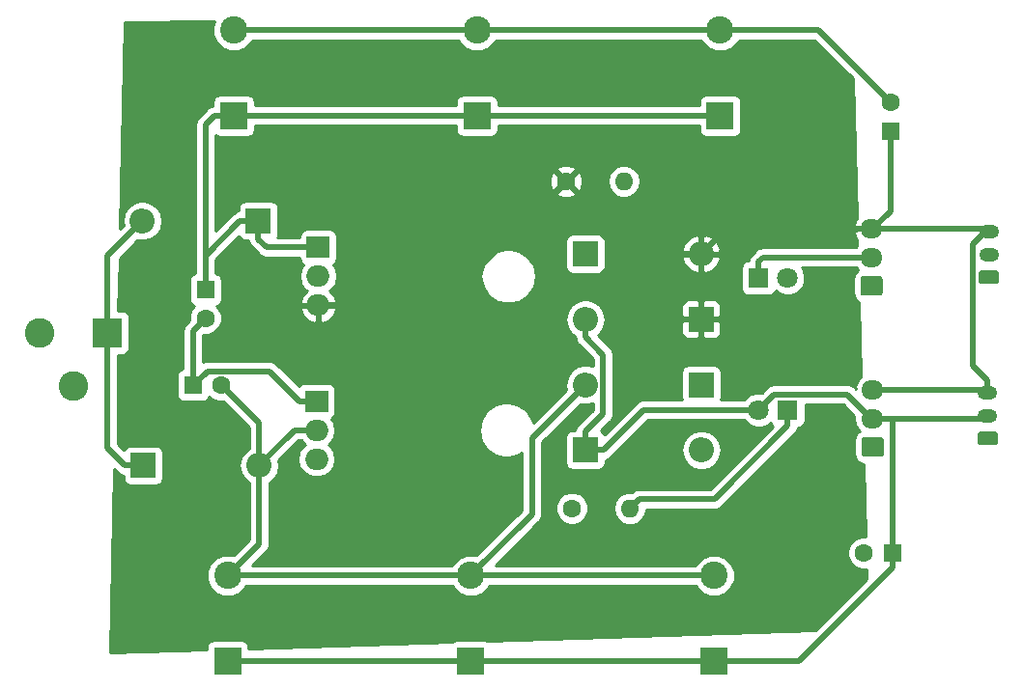
<source format=gbr>
G04 #@! TF.GenerationSoftware,KiCad,Pcbnew,(5.0.1)-rc2*
G04 #@! TF.CreationDate,2019-02-18T01:36:53-05:00*
G04 #@! TF.ProjectId,mfos_power,6D666F735F706F7765722E6B69636164,rev?*
G04 #@! TF.SameCoordinates,Original*
G04 #@! TF.FileFunction,Copper,L1,Top,Signal*
G04 #@! TF.FilePolarity,Positive*
%FSLAX46Y46*%
G04 Gerber Fmt 4.6, Leading zero omitted, Abs format (unit mm)*
G04 Created by KiCad (PCBNEW (5.0.1)-rc2) date 2/18/2019 1:36:53 AM*
%MOMM*%
%LPD*%
G01*
G04 APERTURE LIST*
G04 #@! TA.AperFunction,ComponentPad*
%ADD10C,2.400000*%
G04 #@! TD*
G04 #@! TA.AperFunction,ComponentPad*
%ADD11R,2.400000X2.400000*%
G04 #@! TD*
G04 #@! TA.AperFunction,ComponentPad*
%ADD12C,1.600000*%
G04 #@! TD*
G04 #@! TA.AperFunction,ComponentPad*
%ADD13R,1.600000X1.600000*%
G04 #@! TD*
G04 #@! TA.AperFunction,ComponentPad*
%ADD14O,2.000000X1.905000*%
G04 #@! TD*
G04 #@! TA.AperFunction,ComponentPad*
%ADD15R,2.000000X1.905000*%
G04 #@! TD*
G04 #@! TA.AperFunction,ComponentPad*
%ADD16O,2.200000X2.200000*%
G04 #@! TD*
G04 #@! TA.AperFunction,ComponentPad*
%ADD17R,2.200000X2.200000*%
G04 #@! TD*
G04 #@! TA.AperFunction,ComponentPad*
%ADD18R,2.600000X2.600000*%
G04 #@! TD*
G04 #@! TA.AperFunction,ComponentPad*
%ADD19C,2.600000*%
G04 #@! TD*
G04 #@! TA.AperFunction,ComponentPad*
%ADD20R,1.800000X1.800000*%
G04 #@! TD*
G04 #@! TA.AperFunction,ComponentPad*
%ADD21C,1.800000*%
G04 #@! TD*
G04 #@! TA.AperFunction,ComponentPad*
%ADD22O,1.750000X1.200000*%
G04 #@! TD*
G04 #@! TA.AperFunction,Conductor*
%ADD23C,0.100000*%
G04 #@! TD*
G04 #@! TA.AperFunction,ComponentPad*
%ADD24C,1.200000*%
G04 #@! TD*
G04 #@! TA.AperFunction,ComponentPad*
%ADD25O,1.950000X1.700000*%
G04 #@! TD*
G04 #@! TA.AperFunction,ComponentPad*
%ADD26C,1.700000*%
G04 #@! TD*
G04 #@! TA.AperFunction,ComponentPad*
%ADD27O,1.600000X1.600000*%
G04 #@! TD*
G04 #@! TA.AperFunction,Conductor*
%ADD28C,0.508000*%
G04 #@! TD*
G04 #@! TA.AperFunction,Conductor*
%ADD29C,0.254000*%
G04 #@! TD*
G04 APERTURE END LIST*
D10*
G04 #@! TO.P,C2,2*
G04 #@! TO.N,GND*
X108198920Y-44900200D03*
D11*
G04 #@! TO.P,C2,1*
G04 #@! TO.N,Net-(C2-Pad1)*
X108198920Y-52400200D03*
G04 #@! TD*
G04 #@! TO.P,C3,1*
G04 #@! TO.N,GND*
X128978660Y-100223320D03*
D10*
G04 #@! TO.P,C3,2*
G04 #@! TO.N,Net-(C1-Pad2)*
X128978660Y-92723320D03*
G04 #@! TD*
G04 #@! TO.P,C4,2*
G04 #@! TO.N,GND*
X150825200Y-44900200D03*
D11*
G04 #@! TO.P,C4,1*
G04 #@! TO.N,Net-(C2-Pad1)*
X150825200Y-52400200D03*
G04 #@! TD*
G04 #@! TO.P,C5,1*
G04 #@! TO.N,Net-(C2-Pad1)*
X129512060Y-52400200D03*
D10*
G04 #@! TO.P,C5,2*
G04 #@! TO.N,GND*
X129512060Y-44900200D03*
G04 #@! TD*
G04 #@! TO.P,C6,2*
G04 #@! TO.N,Net-(C1-Pad2)*
X150291800Y-92723320D03*
D11*
G04 #@! TO.P,C6,1*
G04 #@! TO.N,GND*
X150291800Y-100223320D03*
G04 #@! TD*
G04 #@! TO.P,C1,1*
G04 #@! TO.N,GND*
X107665520Y-100223320D03*
D10*
G04 #@! TO.P,C1,2*
G04 #@! TO.N,Net-(C1-Pad2)*
X107665520Y-92723320D03*
G04 #@! TD*
D12*
G04 #@! TO.P,C7,2*
G04 #@! TO.N,GND*
X105719880Y-70160520D03*
D13*
G04 #@! TO.P,C7,1*
G04 #@! TO.N,Net-(C2-Pad1)*
X105719880Y-67660520D03*
G04 #@! TD*
G04 #@! TO.P,C8,1*
G04 #@! TO.N,GND*
X104622600Y-76057760D03*
D12*
G04 #@! TO.P,C8,2*
G04 #@! TO.N,Net-(C1-Pad2)*
X107122600Y-76057760D03*
G04 #@! TD*
G04 #@! TO.P,C9,2*
G04 #@! TO.N,GND*
X165780720Y-51221000D03*
D13*
G04 #@! TO.P,C9,1*
G04 #@! TO.N,+12V*
X165780720Y-53721000D03*
G04 #@! TD*
G04 #@! TO.P,C10,1*
G04 #@! TO.N,GND*
X165907720Y-90749120D03*
D12*
G04 #@! TO.P,C10,2*
G04 #@! TO.N,-12V*
X163407720Y-90749120D03*
G04 #@! TD*
D14*
G04 #@! TO.P,U1,3*
G04 #@! TO.N,+12V*
X115600480Y-69021960D03*
G04 #@! TO.P,U1,2*
G04 #@! TO.N,GND*
X115600480Y-66481960D03*
D15*
G04 #@! TO.P,U1,1*
G04 #@! TO.N,Net-(C2-Pad1)*
X115600480Y-63941960D03*
G04 #@! TD*
G04 #@! TO.P,U2,1*
G04 #@! TO.N,GND*
X115458240Y-77434440D03*
D14*
G04 #@! TO.P,U2,2*
G04 #@! TO.N,Net-(C1-Pad2)*
X115458240Y-79974440D03*
G04 #@! TO.P,U2,3*
G04 #@! TO.N,-12V*
X115458240Y-82514440D03*
G04 #@! TD*
D16*
G04 #@! TO.P,D1,2*
G04 #@! TO.N,Net-(D1-Pad2)*
X100197920Y-61620400D03*
D17*
G04 #@! TO.P,D1,1*
G04 #@! TO.N,Net-(C2-Pad1)*
X110357920Y-61620400D03*
G04 #@! TD*
G04 #@! TO.P,D2,1*
G04 #@! TO.N,Net-(D1-Pad2)*
X100269040Y-83078320D03*
D16*
G04 #@! TO.P,D2,2*
G04 #@! TO.N,Net-(C1-Pad2)*
X110429040Y-83078320D03*
G04 #@! TD*
G04 #@! TO.P,D3,2*
G04 #@! TO.N,+12V*
X149169120Y-64521080D03*
D17*
G04 #@! TO.P,D3,1*
G04 #@! TO.N,Net-(C2-Pad1)*
X139009120Y-64521080D03*
G04 #@! TD*
G04 #@! TO.P,D5,1*
G04 #@! TO.N,GND*
X139009120Y-81732120D03*
D16*
G04 #@! TO.P,D5,2*
G04 #@! TO.N,-12V*
X149169120Y-81732120D03*
G04 #@! TD*
G04 #@! TO.P,D6,2*
G04 #@! TO.N,GND*
X139009120Y-70258093D03*
D17*
G04 #@! TO.P,D6,1*
G04 #@! TO.N,+12V*
X149169120Y-70258093D03*
G04 #@! TD*
G04 #@! TO.P,D4,1*
G04 #@! TO.N,-12V*
X149169120Y-75995106D03*
D16*
G04 #@! TO.P,D4,2*
G04 #@! TO.N,Net-(C1-Pad2)*
X139009120Y-75995106D03*
G04 #@! TD*
D18*
G04 #@! TO.P,J1,1*
G04 #@! TO.N,Net-(D1-Pad2)*
X97149920Y-71419720D03*
D19*
G04 #@! TO.P,J1,2*
G04 #@! TO.N,GND*
X91149920Y-71419720D03*
G04 #@! TO.P,J1,3*
G04 #@! TO.N,Net-(J1-Pad3)*
X94149920Y-76119720D03*
G04 #@! TD*
D20*
G04 #@! TO.P,D7,1*
G04 #@! TO.N,Net-(D7-Pad1)*
X156748320Y-78216760D03*
D21*
G04 #@! TO.P,D7,2*
G04 #@! TO.N,GND*
X154208320Y-78216760D03*
G04 #@! TD*
G04 #@! TO.P,D8,2*
G04 #@! TO.N,Net-(D8-Pad2)*
X156738320Y-66639440D03*
D20*
G04 #@! TO.P,D8,1*
G04 #@! TO.N,GND*
X154198320Y-66639440D03*
G04 #@! TD*
D22*
G04 #@! TO.P,J2,3*
G04 #@! TO.N,+12V*
X174386240Y-62578480D03*
G04 #@! TO.P,J2,2*
G04 #@! TO.N,GND*
X174386240Y-64578480D03*
D23*
G04 #@! TD*
G04 #@! TO.N,-12V*
G04 #@! TO.C,J2*
G36*
X175035745Y-65979684D02*
X175060013Y-65983284D01*
X175083812Y-65989245D01*
X175106911Y-65997510D01*
X175129090Y-66008000D01*
X175150133Y-66020612D01*
X175169839Y-66035227D01*
X175188017Y-66051703D01*
X175204493Y-66069881D01*
X175219108Y-66089587D01*
X175231720Y-66110630D01*
X175242210Y-66132809D01*
X175250475Y-66155908D01*
X175256436Y-66179707D01*
X175260036Y-66203975D01*
X175261240Y-66228479D01*
X175261240Y-66928481D01*
X175260036Y-66952985D01*
X175256436Y-66977253D01*
X175250475Y-67001052D01*
X175242210Y-67024151D01*
X175231720Y-67046330D01*
X175219108Y-67067373D01*
X175204493Y-67087079D01*
X175188017Y-67105257D01*
X175169839Y-67121733D01*
X175150133Y-67136348D01*
X175129090Y-67148960D01*
X175106911Y-67159450D01*
X175083812Y-67167715D01*
X175060013Y-67173676D01*
X175035745Y-67177276D01*
X175011241Y-67178480D01*
X173761239Y-67178480D01*
X173736735Y-67177276D01*
X173712467Y-67173676D01*
X173688668Y-67167715D01*
X173665569Y-67159450D01*
X173643390Y-67148960D01*
X173622347Y-67136348D01*
X173602641Y-67121733D01*
X173584463Y-67105257D01*
X173567987Y-67087079D01*
X173553372Y-67067373D01*
X173540760Y-67046330D01*
X173530270Y-67024151D01*
X173522005Y-67001052D01*
X173516044Y-66977253D01*
X173512444Y-66952985D01*
X173511240Y-66928481D01*
X173511240Y-66228479D01*
X173512444Y-66203975D01*
X173516044Y-66179707D01*
X173522005Y-66155908D01*
X173530270Y-66132809D01*
X173540760Y-66110630D01*
X173553372Y-66089587D01*
X173567987Y-66069881D01*
X173584463Y-66051703D01*
X173602641Y-66035227D01*
X173622347Y-66020612D01*
X173643390Y-66008000D01*
X173665569Y-65997510D01*
X173688668Y-65989245D01*
X173712467Y-65983284D01*
X173736735Y-65979684D01*
X173761239Y-65978480D01*
X175011241Y-65978480D01*
X175035745Y-65979684D01*
X175035745Y-65979684D01*
G37*
D24*
G04 #@! TO.P,J2,1*
G04 #@! TO.N,-12V*
X174386240Y-66578480D03*
G04 #@! TD*
D23*
G04 #@! TO.N,-12V*
G04 #@! TO.C,J3*
G36*
X174929065Y-80107164D02*
X174953333Y-80110764D01*
X174977132Y-80116725D01*
X175000231Y-80124990D01*
X175022410Y-80135480D01*
X175043453Y-80148092D01*
X175063159Y-80162707D01*
X175081337Y-80179183D01*
X175097813Y-80197361D01*
X175112428Y-80217067D01*
X175125040Y-80238110D01*
X175135530Y-80260289D01*
X175143795Y-80283388D01*
X175149756Y-80307187D01*
X175153356Y-80331455D01*
X175154560Y-80355959D01*
X175154560Y-81055961D01*
X175153356Y-81080465D01*
X175149756Y-81104733D01*
X175143795Y-81128532D01*
X175135530Y-81151631D01*
X175125040Y-81173810D01*
X175112428Y-81194853D01*
X175097813Y-81214559D01*
X175081337Y-81232737D01*
X175063159Y-81249213D01*
X175043453Y-81263828D01*
X175022410Y-81276440D01*
X175000231Y-81286930D01*
X174977132Y-81295195D01*
X174953333Y-81301156D01*
X174929065Y-81304756D01*
X174904561Y-81305960D01*
X173654559Y-81305960D01*
X173630055Y-81304756D01*
X173605787Y-81301156D01*
X173581988Y-81295195D01*
X173558889Y-81286930D01*
X173536710Y-81276440D01*
X173515667Y-81263828D01*
X173495961Y-81249213D01*
X173477783Y-81232737D01*
X173461307Y-81214559D01*
X173446692Y-81194853D01*
X173434080Y-81173810D01*
X173423590Y-81151631D01*
X173415325Y-81128532D01*
X173409364Y-81104733D01*
X173405764Y-81080465D01*
X173404560Y-81055961D01*
X173404560Y-80355959D01*
X173405764Y-80331455D01*
X173409364Y-80307187D01*
X173415325Y-80283388D01*
X173423590Y-80260289D01*
X173434080Y-80238110D01*
X173446692Y-80217067D01*
X173461307Y-80197361D01*
X173477783Y-80179183D01*
X173495961Y-80162707D01*
X173515667Y-80148092D01*
X173536710Y-80135480D01*
X173558889Y-80124990D01*
X173581988Y-80116725D01*
X173605787Y-80110764D01*
X173630055Y-80107164D01*
X173654559Y-80105960D01*
X174904561Y-80105960D01*
X174929065Y-80107164D01*
X174929065Y-80107164D01*
G37*
D24*
G04 #@! TD*
G04 #@! TO.P,J3,1*
G04 #@! TO.N,-12V*
X174279560Y-80705960D03*
D22*
G04 #@! TO.P,J3,2*
G04 #@! TO.N,GND*
X174279560Y-78705960D03*
G04 #@! TO.P,J3,3*
G04 #@! TO.N,+12V*
X174279560Y-76705960D03*
G04 #@! TD*
D25*
G04 #@! TO.P,J4,3*
G04 #@! TO.N,+12V*
X164084000Y-62325240D03*
G04 #@! TO.P,J4,2*
G04 #@! TO.N,GND*
X164084000Y-64825240D03*
D23*
G04 #@! TD*
G04 #@! TO.N,-12V*
G04 #@! TO.C,J4*
G36*
X164833504Y-66476444D02*
X164857773Y-66480044D01*
X164881571Y-66486005D01*
X164904671Y-66494270D01*
X164926849Y-66504760D01*
X164947893Y-66517373D01*
X164967598Y-66531987D01*
X164985777Y-66548463D01*
X165002253Y-66566642D01*
X165016867Y-66586347D01*
X165029480Y-66607391D01*
X165039970Y-66629569D01*
X165048235Y-66652669D01*
X165054196Y-66676467D01*
X165057796Y-66700736D01*
X165059000Y-66725240D01*
X165059000Y-67925240D01*
X165057796Y-67949744D01*
X165054196Y-67974013D01*
X165048235Y-67997811D01*
X165039970Y-68020911D01*
X165029480Y-68043089D01*
X165016867Y-68064133D01*
X165002253Y-68083838D01*
X164985777Y-68102017D01*
X164967598Y-68118493D01*
X164947893Y-68133107D01*
X164926849Y-68145720D01*
X164904671Y-68156210D01*
X164881571Y-68164475D01*
X164857773Y-68170436D01*
X164833504Y-68174036D01*
X164809000Y-68175240D01*
X163359000Y-68175240D01*
X163334496Y-68174036D01*
X163310227Y-68170436D01*
X163286429Y-68164475D01*
X163263329Y-68156210D01*
X163241151Y-68145720D01*
X163220107Y-68133107D01*
X163200402Y-68118493D01*
X163182223Y-68102017D01*
X163165747Y-68083838D01*
X163151133Y-68064133D01*
X163138520Y-68043089D01*
X163128030Y-68020911D01*
X163119765Y-67997811D01*
X163113804Y-67974013D01*
X163110204Y-67949744D01*
X163109000Y-67925240D01*
X163109000Y-66725240D01*
X163110204Y-66700736D01*
X163113804Y-66676467D01*
X163119765Y-66652669D01*
X163128030Y-66629569D01*
X163138520Y-66607391D01*
X163151133Y-66586347D01*
X163165747Y-66566642D01*
X163182223Y-66548463D01*
X163200402Y-66531987D01*
X163220107Y-66517373D01*
X163241151Y-66504760D01*
X163263329Y-66494270D01*
X163286429Y-66486005D01*
X163310227Y-66480044D01*
X163334496Y-66476444D01*
X163359000Y-66475240D01*
X164809000Y-66475240D01*
X164833504Y-66476444D01*
X164833504Y-66476444D01*
G37*
D26*
G04 #@! TO.P,J4,1*
G04 #@! TO.N,-12V*
X164084000Y-67325240D03*
G04 #@! TD*
D23*
G04 #@! TO.N,-12V*
G04 #@! TO.C,J5*
G36*
X164940184Y-80603924D02*
X164964453Y-80607524D01*
X164988251Y-80613485D01*
X165011351Y-80621750D01*
X165033529Y-80632240D01*
X165054573Y-80644853D01*
X165074278Y-80659467D01*
X165092457Y-80675943D01*
X165108933Y-80694122D01*
X165123547Y-80713827D01*
X165136160Y-80734871D01*
X165146650Y-80757049D01*
X165154915Y-80780149D01*
X165160876Y-80803947D01*
X165164476Y-80828216D01*
X165165680Y-80852720D01*
X165165680Y-82052720D01*
X165164476Y-82077224D01*
X165160876Y-82101493D01*
X165154915Y-82125291D01*
X165146650Y-82148391D01*
X165136160Y-82170569D01*
X165123547Y-82191613D01*
X165108933Y-82211318D01*
X165092457Y-82229497D01*
X165074278Y-82245973D01*
X165054573Y-82260587D01*
X165033529Y-82273200D01*
X165011351Y-82283690D01*
X164988251Y-82291955D01*
X164964453Y-82297916D01*
X164940184Y-82301516D01*
X164915680Y-82302720D01*
X163465680Y-82302720D01*
X163441176Y-82301516D01*
X163416907Y-82297916D01*
X163393109Y-82291955D01*
X163370009Y-82283690D01*
X163347831Y-82273200D01*
X163326787Y-82260587D01*
X163307082Y-82245973D01*
X163288903Y-82229497D01*
X163272427Y-82211318D01*
X163257813Y-82191613D01*
X163245200Y-82170569D01*
X163234710Y-82148391D01*
X163226445Y-82125291D01*
X163220484Y-82101493D01*
X163216884Y-82077224D01*
X163215680Y-82052720D01*
X163215680Y-80852720D01*
X163216884Y-80828216D01*
X163220484Y-80803947D01*
X163226445Y-80780149D01*
X163234710Y-80757049D01*
X163245200Y-80734871D01*
X163257813Y-80713827D01*
X163272427Y-80694122D01*
X163288903Y-80675943D01*
X163307082Y-80659467D01*
X163326787Y-80644853D01*
X163347831Y-80632240D01*
X163370009Y-80621750D01*
X163393109Y-80613485D01*
X163416907Y-80607524D01*
X163441176Y-80603924D01*
X163465680Y-80602720D01*
X164915680Y-80602720D01*
X164940184Y-80603924D01*
X164940184Y-80603924D01*
G37*
D26*
G04 #@! TD*
G04 #@! TO.P,J5,1*
G04 #@! TO.N,-12V*
X164190680Y-81452720D03*
D25*
G04 #@! TO.P,J5,2*
G04 #@! TO.N,GND*
X164190680Y-78952720D03*
G04 #@! TO.P,J5,3*
G04 #@! TO.N,+12V*
X164190680Y-76452720D03*
G04 #@! TD*
D12*
G04 #@! TO.P,R1,1*
G04 #@! TO.N,-12V*
X137840720Y-86827360D03*
D27*
G04 #@! TO.P,R1,2*
G04 #@! TO.N,Net-(D7-Pad1)*
X142920720Y-86827360D03*
G04 #@! TD*
G04 #@! TO.P,R2,2*
G04 #@! TO.N,Net-(D8-Pad2)*
X142392400Y-58145680D03*
D12*
G04 #@! TO.P,R2,1*
G04 #@! TO.N,+12V*
X137312400Y-58145680D03*
G04 #@! TD*
D28*
G04 #@! TO.N,Net-(C1-Pad2)*
X113532920Y-79974440D02*
X115458240Y-79974440D01*
X110429040Y-83078320D02*
X113532920Y-79974440D01*
X110429040Y-89959800D02*
X110429040Y-83078320D01*
X107665520Y-92723320D02*
X110429040Y-89959800D01*
X109362576Y-92723320D02*
X128978660Y-92723320D01*
X107665520Y-92723320D02*
X109362576Y-92723320D01*
X128978660Y-92723320D02*
X150291800Y-92723320D01*
X110429040Y-79364200D02*
X110429040Y-83078320D01*
X107122600Y-76057760D02*
X110429040Y-79364200D01*
X137909121Y-77095105D02*
X139009120Y-75995106D01*
X134322241Y-80681985D02*
X137909121Y-77095105D01*
X134322241Y-87379739D02*
X134322241Y-80681985D01*
X128978660Y-92723320D02*
X134322241Y-87379739D01*
G04 #@! TO.N,GND*
X107665520Y-100223320D02*
X128978660Y-100223320D01*
X128978660Y-100223320D02*
X150291800Y-100223320D01*
G04 #@! TO.N,Net-(C2-Pad1)*
X108749920Y-61620400D02*
X110357920Y-61620400D01*
X105719880Y-64650440D02*
X108749920Y-61620400D01*
X105719880Y-67660520D02*
X105719880Y-64650440D01*
X108198920Y-52400200D02*
X129512060Y-52400200D01*
X129512060Y-52400200D02*
X150825200Y-52400200D01*
X110357920Y-63228400D02*
X110357920Y-61620400D01*
X111071480Y-63941960D02*
X110357920Y-63228400D01*
X115600480Y-63941960D02*
X111071480Y-63941960D01*
X106490920Y-52400200D02*
X108198920Y-52400200D01*
X105719880Y-53171240D02*
X106490920Y-52400200D01*
X105719880Y-67660520D02*
X105719880Y-53171240D01*
G04 #@! TO.N,GND*
X108198920Y-44900200D02*
X129512060Y-44900200D01*
X129512060Y-44900200D02*
X150825200Y-44900200D01*
X104622600Y-71257800D02*
X105719880Y-70160520D01*
X104622600Y-76057760D02*
X104622600Y-71257800D01*
X139009120Y-80124120D02*
X139009120Y-81732120D01*
X140563121Y-78570119D02*
X139009120Y-80124120D01*
X140563121Y-73367728D02*
X140563121Y-78570119D01*
X139009120Y-71813727D02*
X140563121Y-73367728D01*
X139009120Y-70258093D02*
X139009120Y-71813727D01*
X165907720Y-89441120D02*
X165907720Y-90749120D01*
X165907720Y-79186760D02*
X165907720Y-89441120D01*
X165673680Y-78952720D02*
X165907720Y-79186760D01*
X164190680Y-78952720D02*
X165673680Y-78952720D01*
X174032800Y-78952720D02*
X174279560Y-78705960D01*
X164190680Y-78952720D02*
X174032800Y-78952720D01*
X152935528Y-78216760D02*
X154208320Y-78216760D01*
X144132480Y-78216760D02*
X152935528Y-78216760D01*
X140617120Y-81732120D02*
X144132480Y-78216760D01*
X139009120Y-81732120D02*
X140617120Y-81732120D01*
X162601000Y-64825240D02*
X164084000Y-64825240D01*
X154604520Y-64825240D02*
X162601000Y-64825240D01*
X154198320Y-65231440D02*
X154604520Y-64825240D01*
X154198320Y-66639440D02*
X154198320Y-65231440D01*
X159459920Y-44900200D02*
X165780720Y-51221000D01*
X150825200Y-44900200D02*
X159459920Y-44900200D01*
X165907720Y-92057120D02*
X165907720Y-90749120D01*
X157741520Y-100223320D02*
X165907720Y-92057120D01*
X150291800Y-100223320D02*
X157741520Y-100223320D01*
X164065680Y-78952720D02*
X164190680Y-78952720D01*
X161975719Y-76862759D02*
X164065680Y-78952720D01*
X155562321Y-76862759D02*
X161975719Y-76862759D01*
X154208320Y-78216760D02*
X155562321Y-76862759D01*
X113950240Y-77434440D02*
X115458240Y-77434440D01*
X111319559Y-74803759D02*
X113950240Y-77434440D01*
X105876601Y-74803759D02*
X111319559Y-74803759D01*
X104622600Y-76057760D02*
X105876601Y-74803759D01*
G04 #@! TO.N,+12V*
X126436120Y-69021960D02*
X137312400Y-58145680D01*
X115600480Y-69021960D02*
X126436120Y-69021960D01*
X143687800Y-64521080D02*
X149169120Y-64521080D01*
X137312400Y-58145680D02*
X143687800Y-64521080D01*
X149169120Y-66076714D02*
X149169120Y-70258093D01*
X149169120Y-64521080D02*
X149169120Y-66076714D01*
X164209000Y-62325240D02*
X164084000Y-62325240D01*
X165780720Y-60753520D02*
X164209000Y-62325240D01*
X165780720Y-53721000D02*
X165780720Y-60753520D01*
X151364960Y-62325240D02*
X164084000Y-62325240D01*
X149169120Y-64521080D02*
X151364960Y-62325240D01*
X174133000Y-62325240D02*
X174386240Y-62578480D01*
X164084000Y-62325240D02*
X174133000Y-62325240D01*
X174026320Y-76452720D02*
X174279560Y-76705960D01*
X164190680Y-76452720D02*
X174026320Y-76452720D01*
X174111240Y-62578480D02*
X174386240Y-62578480D01*
X173003240Y-63686480D02*
X174111240Y-62578480D01*
X173003240Y-74321640D02*
X173003240Y-63686480D01*
X174279560Y-75597960D02*
X173003240Y-74321640D01*
X174279560Y-76705960D02*
X174279560Y-75597960D01*
G04 #@! TO.N,Net-(D1-Pad2)*
X97149920Y-64668400D02*
X100197920Y-61620400D01*
X97149920Y-71419720D02*
X97149920Y-64668400D01*
X98661040Y-83078320D02*
X100269040Y-83078320D01*
X97149920Y-81567200D02*
X98661040Y-83078320D01*
X97149920Y-71419720D02*
X97149920Y-81567200D01*
G04 #@! TO.N,Net-(D7-Pad1)*
X156748320Y-79624760D02*
X156748320Y-78216760D01*
X150345719Y-86027361D02*
X156748320Y-79624760D01*
X143720719Y-86027361D02*
X150345719Y-86027361D01*
X142920720Y-86827360D02*
X143720719Y-86027361D01*
G04 #@! TD*
D29*
G04 #@! TO.N,+12V*
G36*
X106363920Y-44535196D02*
X106363920Y-45265204D01*
X106643282Y-45939644D01*
X107159476Y-46455838D01*
X107833916Y-46735200D01*
X108563924Y-46735200D01*
X109238364Y-46455838D01*
X109754558Y-45939644D01*
X109816874Y-45789200D01*
X127894106Y-45789200D01*
X127956422Y-45939644D01*
X128472616Y-46455838D01*
X129147056Y-46735200D01*
X129877064Y-46735200D01*
X130551504Y-46455838D01*
X131067698Y-45939644D01*
X131130014Y-45789200D01*
X149207246Y-45789200D01*
X149269562Y-45939644D01*
X149785756Y-46455838D01*
X150460196Y-46735200D01*
X151190204Y-46735200D01*
X151864644Y-46455838D01*
X152380838Y-45939644D01*
X152443154Y-45789200D01*
X159091685Y-45789200D01*
X162440098Y-49137614D01*
X162780287Y-61432002D01*
X162756503Y-61454047D01*
X162517524Y-61968350D01*
X162638845Y-62198240D01*
X162801488Y-62198240D01*
X162808517Y-62452240D01*
X162638845Y-62452240D01*
X162517524Y-62682130D01*
X162756503Y-63196433D01*
X162831020Y-63265502D01*
X162846296Y-63817590D01*
X162767017Y-63936240D01*
X154692076Y-63936240D01*
X154604520Y-63918824D01*
X154257649Y-63987821D01*
X154198315Y-64027467D01*
X153963587Y-64184307D01*
X153913989Y-64258536D01*
X153631614Y-64540911D01*
X153557388Y-64590507D01*
X153507792Y-64664733D01*
X153507791Y-64664734D01*
X153360902Y-64884570D01*
X153319641Y-65092000D01*
X153298320Y-65092000D01*
X153050555Y-65141283D01*
X152840511Y-65281631D01*
X152700163Y-65491675D01*
X152650880Y-65739440D01*
X152650880Y-67539440D01*
X152700163Y-67787205D01*
X152840511Y-67997249D01*
X153050555Y-68137597D01*
X153298320Y-68186880D01*
X155098320Y-68186880D01*
X155346085Y-68137597D01*
X155556129Y-67997249D01*
X155696477Y-67787205D01*
X155699595Y-67771532D01*
X155868813Y-67940750D01*
X156432990Y-68174440D01*
X157043650Y-68174440D01*
X157607827Y-67940750D01*
X158039630Y-67508947D01*
X158273320Y-66944770D01*
X158273320Y-66334110D01*
X158039630Y-65769933D01*
X157983937Y-65714240D01*
X162767017Y-65714240D01*
X162888375Y-65895865D01*
X162904093Y-65906368D01*
X162905838Y-65969431D01*
X162724414Y-66090654D01*
X162529874Y-66381805D01*
X162461560Y-66725240D01*
X162461560Y-67925240D01*
X162529874Y-68268675D01*
X162724414Y-68559826D01*
X162982283Y-68732128D01*
X163164090Y-75302619D01*
X162863183Y-75581527D01*
X162624204Y-76095830D01*
X162745524Y-76325718D01*
X162695913Y-76325718D01*
X162666250Y-76296055D01*
X162616652Y-76221826D01*
X162322589Y-76025340D01*
X162063275Y-75973759D01*
X162063274Y-75973759D01*
X161975719Y-75956343D01*
X161888164Y-75973759D01*
X155649877Y-75973759D01*
X155562321Y-75956343D01*
X155215450Y-76025340D01*
X155035895Y-76145315D01*
X154921388Y-76221826D01*
X154871792Y-76296052D01*
X154486084Y-76681760D01*
X153902990Y-76681760D01*
X153338813Y-76915450D01*
X152926503Y-77327760D01*
X150870283Y-77327760D01*
X150916560Y-77095106D01*
X150916560Y-74895106D01*
X150867277Y-74647341D01*
X150726929Y-74437297D01*
X150516885Y-74296949D01*
X150269120Y-74247666D01*
X148069120Y-74247666D01*
X147821355Y-74296949D01*
X147611311Y-74437297D01*
X147470963Y-74647341D01*
X147421680Y-74895106D01*
X147421680Y-77095106D01*
X147467957Y-77327760D01*
X144220035Y-77327760D01*
X144132480Y-77310344D01*
X144044925Y-77327760D01*
X144044924Y-77327760D01*
X143785610Y-77379341D01*
X143491547Y-77575827D01*
X143441951Y-77650053D01*
X140707339Y-80384666D01*
X140707277Y-80384355D01*
X140566929Y-80174311D01*
X140356885Y-80033963D01*
X140356574Y-80033901D01*
X141129828Y-79260648D01*
X141204054Y-79211052D01*
X141400540Y-78916989D01*
X141452121Y-78657675D01*
X141452121Y-78657671D01*
X141469536Y-78570120D01*
X141452121Y-78482569D01*
X141452121Y-73455278D01*
X141469536Y-73367727D01*
X141452121Y-73280176D01*
X141452121Y-73280172D01*
X141400540Y-73020858D01*
X141204054Y-72726795D01*
X141129828Y-72677199D01*
X140081108Y-71628480D01*
X140259985Y-71508958D01*
X140643454Y-70935056D01*
X140721270Y-70543843D01*
X147434120Y-70543843D01*
X147434120Y-71484403D01*
X147530793Y-71717792D01*
X147709422Y-71896420D01*
X147942811Y-71993093D01*
X148883370Y-71993093D01*
X149042120Y-71834343D01*
X149042120Y-70385093D01*
X149296120Y-70385093D01*
X149296120Y-71834343D01*
X149454870Y-71993093D01*
X150395429Y-71993093D01*
X150628818Y-71896420D01*
X150807447Y-71717792D01*
X150904120Y-71484403D01*
X150904120Y-70543843D01*
X150745370Y-70385093D01*
X149296120Y-70385093D01*
X149042120Y-70385093D01*
X147592870Y-70385093D01*
X147434120Y-70543843D01*
X140721270Y-70543843D01*
X140778110Y-70258093D01*
X140643454Y-69581130D01*
X140276393Y-69031783D01*
X147434120Y-69031783D01*
X147434120Y-69972343D01*
X147592870Y-70131093D01*
X149042120Y-70131093D01*
X149042120Y-68681843D01*
X149296120Y-68681843D01*
X149296120Y-70131093D01*
X150745370Y-70131093D01*
X150904120Y-69972343D01*
X150904120Y-69031783D01*
X150807447Y-68798394D01*
X150628818Y-68619766D01*
X150395429Y-68523093D01*
X149454870Y-68523093D01*
X149296120Y-68681843D01*
X149042120Y-68681843D01*
X148883370Y-68523093D01*
X147942811Y-68523093D01*
X147709422Y-68619766D01*
X147530793Y-68798394D01*
X147434120Y-69031783D01*
X140276393Y-69031783D01*
X140259985Y-69007228D01*
X139686083Y-68623759D01*
X139180000Y-68523093D01*
X138838240Y-68523093D01*
X138332157Y-68623759D01*
X137758255Y-69007228D01*
X137374786Y-69581130D01*
X137240130Y-70258093D01*
X137374786Y-70935056D01*
X137758255Y-71508958D01*
X138115805Y-71747865D01*
X138102704Y-71813727D01*
X138138383Y-71993093D01*
X138171702Y-72160597D01*
X138368188Y-72454660D01*
X138442414Y-72504256D01*
X139674121Y-73735964D01*
X139674121Y-74358393D01*
X139180000Y-74260106D01*
X138838240Y-74260106D01*
X138332157Y-74360772D01*
X137758255Y-74744241D01*
X137374786Y-75318143D01*
X137240130Y-75995106D01*
X137325035Y-76421955D01*
X134420983Y-79326008D01*
X134364860Y-79043860D01*
X133837729Y-78254951D01*
X133048820Y-77727820D01*
X132353137Y-77589440D01*
X131883343Y-77589440D01*
X131187660Y-77727820D01*
X130398751Y-78254951D01*
X129871620Y-79043860D01*
X129686516Y-79974440D01*
X129871620Y-80905020D01*
X130398751Y-81693929D01*
X131187660Y-82221060D01*
X131883343Y-82359440D01*
X132353137Y-82359440D01*
X133048820Y-82221060D01*
X133433242Y-81964198D01*
X133433241Y-87011503D01*
X129494109Y-90950636D01*
X129343664Y-90888320D01*
X128613656Y-90888320D01*
X127939216Y-91167682D01*
X127423022Y-91683876D01*
X127360706Y-91834320D01*
X109811756Y-91834320D01*
X110995747Y-90650329D01*
X111069973Y-90600733D01*
X111266459Y-90306670D01*
X111318040Y-90047356D01*
X111318040Y-90047352D01*
X111335455Y-89959801D01*
X111318040Y-89872250D01*
X111318040Y-84570975D01*
X111679905Y-84329185D01*
X112063374Y-83755283D01*
X112198030Y-83078320D01*
X112113125Y-82651471D01*
X113901156Y-80863440D01*
X114095482Y-80863440D01*
X114266217Y-81118963D01*
X114454007Y-81244440D01*
X114266217Y-81369917D01*
X113915349Y-81895029D01*
X113792140Y-82514440D01*
X113915349Y-83133851D01*
X114266217Y-83658963D01*
X114791329Y-84009831D01*
X115254390Y-84101940D01*
X115662090Y-84101940D01*
X116125151Y-84009831D01*
X116650263Y-83658963D01*
X117001131Y-83133851D01*
X117124340Y-82514440D01*
X117001131Y-81895029D01*
X116650263Y-81369917D01*
X116462473Y-81244440D01*
X116650263Y-81118963D01*
X117001131Y-80593851D01*
X117124340Y-79974440D01*
X117001131Y-79355029D01*
X116739152Y-78962949D01*
X116916049Y-78844749D01*
X117056397Y-78634705D01*
X117105680Y-78386940D01*
X117105680Y-76481940D01*
X117056397Y-76234175D01*
X116916049Y-76024131D01*
X116706005Y-75883783D01*
X116458240Y-75834500D01*
X114458240Y-75834500D01*
X114210475Y-75883783D01*
X114000431Y-76024131D01*
X113919014Y-76145979D01*
X112010090Y-74237055D01*
X111960492Y-74162826D01*
X111666429Y-73966340D01*
X111407115Y-73914759D01*
X111407114Y-73914759D01*
X111319559Y-73897343D01*
X111232004Y-73914759D01*
X105964151Y-73914759D01*
X105876600Y-73897344D01*
X105789049Y-73914759D01*
X105789045Y-73914759D01*
X105529731Y-73966340D01*
X105511600Y-73978455D01*
X105511600Y-71626035D01*
X105542115Y-71595520D01*
X106005319Y-71595520D01*
X106532742Y-71377054D01*
X106936414Y-70973382D01*
X107154880Y-70445959D01*
X107154880Y-69875081D01*
X106955999Y-69394940D01*
X114009917Y-69394940D01*
X114224507Y-69888884D01*
X114657389Y-70331278D01*
X115226616Y-70574340D01*
X115473480Y-70447532D01*
X115473480Y-69148960D01*
X115727480Y-69148960D01*
X115727480Y-70447532D01*
X115974344Y-70574340D01*
X116543571Y-70331278D01*
X116976453Y-69888884D01*
X117191043Y-69394940D01*
X117071074Y-69148960D01*
X115727480Y-69148960D01*
X115473480Y-69148960D01*
X114129886Y-69148960D01*
X114009917Y-69394940D01*
X106955999Y-69394940D01*
X106936414Y-69347658D01*
X106667377Y-69078621D01*
X106767645Y-69058677D01*
X106977689Y-68918329D01*
X107118037Y-68708285D01*
X107167320Y-68460520D01*
X107167320Y-66860520D01*
X107118037Y-66612755D01*
X106977689Y-66402711D01*
X106767645Y-66262363D01*
X106608880Y-66230783D01*
X106608880Y-65018675D01*
X108659701Y-62967855D01*
X108659763Y-62968165D01*
X108800111Y-63178209D01*
X109010155Y-63318557D01*
X109257920Y-63367840D01*
X109479241Y-63367840D01*
X109520501Y-63575269D01*
X109716987Y-63869333D01*
X109791216Y-63918931D01*
X110380950Y-64508666D01*
X110430547Y-64582893D01*
X110724610Y-64779379D01*
X110983924Y-64830960D01*
X110983928Y-64830960D01*
X111071479Y-64848375D01*
X111159030Y-64830960D01*
X113953040Y-64830960D01*
X113953040Y-64894460D01*
X114002323Y-65142225D01*
X114142671Y-65352269D01*
X114319568Y-65470469D01*
X114057589Y-65862549D01*
X113934380Y-66481960D01*
X114057589Y-67101371D01*
X114408457Y-67626483D01*
X114609954Y-67761119D01*
X114224507Y-68155036D01*
X114009917Y-68648980D01*
X114129886Y-68894960D01*
X115473480Y-68894960D01*
X115473480Y-68874960D01*
X115727480Y-68874960D01*
X115727480Y-68894960D01*
X117071074Y-68894960D01*
X117191043Y-68648980D01*
X116976453Y-68155036D01*
X116591006Y-67761119D01*
X116792503Y-67626483D01*
X117143371Y-67101371D01*
X117266580Y-66481960D01*
X129828756Y-66481960D01*
X130013860Y-67412540D01*
X130540991Y-68201449D01*
X131329900Y-68728580D01*
X132025583Y-68866960D01*
X132495377Y-68866960D01*
X133191060Y-68728580D01*
X133979969Y-68201449D01*
X134507100Y-67412540D01*
X134692204Y-66481960D01*
X134507100Y-65551380D01*
X133979969Y-64762471D01*
X133191060Y-64235340D01*
X132495377Y-64096960D01*
X132025583Y-64096960D01*
X131329900Y-64235340D01*
X130540991Y-64762471D01*
X130013860Y-65551380D01*
X129828756Y-66481960D01*
X117266580Y-66481960D01*
X117143371Y-65862549D01*
X116881392Y-65470469D01*
X117058289Y-65352269D01*
X117198637Y-65142225D01*
X117247920Y-64894460D01*
X117247920Y-63421080D01*
X137261680Y-63421080D01*
X137261680Y-65621080D01*
X137310963Y-65868845D01*
X137451311Y-66078889D01*
X137661355Y-66219237D01*
X137909120Y-66268520D01*
X140109120Y-66268520D01*
X140356885Y-66219237D01*
X140566929Y-66078889D01*
X140707277Y-65868845D01*
X140756560Y-65621080D01*
X140756560Y-64917202D01*
X147479945Y-64917202D01*
X147694586Y-65435412D01*
X148156728Y-65930092D01*
X148772997Y-66210263D01*
X149042120Y-66092684D01*
X149042120Y-64648080D01*
X149296120Y-64648080D01*
X149296120Y-66092684D01*
X149565243Y-66210263D01*
X150181512Y-65930092D01*
X150643654Y-65435412D01*
X150858295Y-64917202D01*
X150740245Y-64648080D01*
X149296120Y-64648080D01*
X149042120Y-64648080D01*
X147597995Y-64648080D01*
X147479945Y-64917202D01*
X140756560Y-64917202D01*
X140756560Y-64124958D01*
X147479945Y-64124958D01*
X147597995Y-64394080D01*
X149042120Y-64394080D01*
X149042120Y-62949476D01*
X149296120Y-62949476D01*
X149296120Y-64394080D01*
X150740245Y-64394080D01*
X150858295Y-64124958D01*
X150643654Y-63606748D01*
X150181512Y-63112068D01*
X149565243Y-62831897D01*
X149296120Y-62949476D01*
X149042120Y-62949476D01*
X148772997Y-62831897D01*
X148156728Y-63112068D01*
X147694586Y-63606748D01*
X147479945Y-64124958D01*
X140756560Y-64124958D01*
X140756560Y-63421080D01*
X140707277Y-63173315D01*
X140566929Y-62963271D01*
X140356885Y-62822923D01*
X140109120Y-62773640D01*
X137909120Y-62773640D01*
X137661355Y-62822923D01*
X137451311Y-62963271D01*
X137310963Y-63173315D01*
X137261680Y-63421080D01*
X117247920Y-63421080D01*
X117247920Y-62989460D01*
X117198637Y-62741695D01*
X117058289Y-62531651D01*
X116848245Y-62391303D01*
X116600480Y-62342020D01*
X114600480Y-62342020D01*
X114352715Y-62391303D01*
X114142671Y-62531651D01*
X114002323Y-62741695D01*
X113953040Y-62989460D01*
X113953040Y-63052960D01*
X111999418Y-63052960D01*
X112056077Y-62968165D01*
X112105360Y-62720400D01*
X112105360Y-60520400D01*
X112056077Y-60272635D01*
X111915729Y-60062591D01*
X111705685Y-59922243D01*
X111457920Y-59872960D01*
X109257920Y-59872960D01*
X109010155Y-59922243D01*
X108800111Y-60062591D01*
X108659763Y-60272635D01*
X108610480Y-60520400D01*
X108610480Y-60741720D01*
X108403049Y-60782981D01*
X108204703Y-60915512D01*
X108108987Y-60979467D01*
X108059391Y-61053693D01*
X106608880Y-62504204D01*
X106608880Y-59153425D01*
X136484261Y-59153425D01*
X136558395Y-59399544D01*
X137095623Y-59592645D01*
X137665854Y-59565458D01*
X138066405Y-59399544D01*
X138140539Y-59153425D01*
X137312400Y-58325285D01*
X136484261Y-59153425D01*
X106608880Y-59153425D01*
X106608880Y-57928903D01*
X135865435Y-57928903D01*
X135892622Y-58499134D01*
X136058536Y-58899685D01*
X136304655Y-58973819D01*
X137132795Y-58145680D01*
X137492005Y-58145680D01*
X138320145Y-58973819D01*
X138566264Y-58899685D01*
X138759365Y-58362457D01*
X138749030Y-58145680D01*
X140929287Y-58145680D01*
X141040660Y-58705589D01*
X141357823Y-59180257D01*
X141832491Y-59497420D01*
X142251067Y-59580680D01*
X142533733Y-59580680D01*
X142952309Y-59497420D01*
X143426977Y-59180257D01*
X143744140Y-58705589D01*
X143855513Y-58145680D01*
X143744140Y-57585771D01*
X143426977Y-57111103D01*
X142952309Y-56793940D01*
X142533733Y-56710680D01*
X142251067Y-56710680D01*
X141832491Y-56793940D01*
X141357823Y-57111103D01*
X141040660Y-57585771D01*
X140929287Y-58145680D01*
X138749030Y-58145680D01*
X138732178Y-57792226D01*
X138566264Y-57391675D01*
X138320145Y-57317541D01*
X137492005Y-58145680D01*
X137132795Y-58145680D01*
X136304655Y-57317541D01*
X136058536Y-57391675D01*
X135865435Y-57928903D01*
X106608880Y-57928903D01*
X106608880Y-57137935D01*
X136484261Y-57137935D01*
X137312400Y-57966075D01*
X138140539Y-57137935D01*
X138066405Y-56891816D01*
X137529177Y-56698715D01*
X136958946Y-56725902D01*
X136558395Y-56891816D01*
X136484261Y-57137935D01*
X106608880Y-57137935D01*
X106608880Y-54103291D01*
X106751155Y-54198357D01*
X106998920Y-54247640D01*
X109398920Y-54247640D01*
X109646685Y-54198357D01*
X109856729Y-54058009D01*
X109997077Y-53847965D01*
X110046360Y-53600200D01*
X110046360Y-53289200D01*
X127664620Y-53289200D01*
X127664620Y-53600200D01*
X127713903Y-53847965D01*
X127854251Y-54058009D01*
X128064295Y-54198357D01*
X128312060Y-54247640D01*
X130712060Y-54247640D01*
X130959825Y-54198357D01*
X131169869Y-54058009D01*
X131310217Y-53847965D01*
X131359500Y-53600200D01*
X131359500Y-53289200D01*
X148977760Y-53289200D01*
X148977760Y-53600200D01*
X149027043Y-53847965D01*
X149167391Y-54058009D01*
X149377435Y-54198357D01*
X149625200Y-54247640D01*
X152025200Y-54247640D01*
X152272965Y-54198357D01*
X152483009Y-54058009D01*
X152623357Y-53847965D01*
X152672640Y-53600200D01*
X152672640Y-51200200D01*
X152623357Y-50952435D01*
X152483009Y-50742391D01*
X152272965Y-50602043D01*
X152025200Y-50552760D01*
X149625200Y-50552760D01*
X149377435Y-50602043D01*
X149167391Y-50742391D01*
X149027043Y-50952435D01*
X148977760Y-51200200D01*
X148977760Y-51511200D01*
X131359500Y-51511200D01*
X131359500Y-51200200D01*
X131310217Y-50952435D01*
X131169869Y-50742391D01*
X130959825Y-50602043D01*
X130712060Y-50552760D01*
X128312060Y-50552760D01*
X128064295Y-50602043D01*
X127854251Y-50742391D01*
X127713903Y-50952435D01*
X127664620Y-51200200D01*
X127664620Y-51511200D01*
X110046360Y-51511200D01*
X110046360Y-51200200D01*
X109997077Y-50952435D01*
X109856729Y-50742391D01*
X109646685Y-50602043D01*
X109398920Y-50552760D01*
X106998920Y-50552760D01*
X106751155Y-50602043D01*
X106541111Y-50742391D01*
X106400763Y-50952435D01*
X106351480Y-51200200D01*
X106351480Y-51521520D01*
X106144050Y-51562781D01*
X105849987Y-51759267D01*
X105800391Y-51833494D01*
X105153174Y-52480711D01*
X105078948Y-52530307D01*
X105029352Y-52604533D01*
X105029351Y-52604534D01*
X104882462Y-52824370D01*
X104813464Y-53171240D01*
X104830881Y-53258800D01*
X104830880Y-64562884D01*
X104813464Y-64650440D01*
X104830880Y-64737996D01*
X104830880Y-66230783D01*
X104672115Y-66262363D01*
X104462071Y-66402711D01*
X104321723Y-66612755D01*
X104272440Y-66860520D01*
X104272440Y-68460520D01*
X104321723Y-68708285D01*
X104462071Y-68918329D01*
X104672115Y-69058677D01*
X104772383Y-69078621D01*
X104503346Y-69347658D01*
X104284880Y-69875081D01*
X104284880Y-70338285D01*
X104055894Y-70567271D01*
X103981668Y-70616867D01*
X103932072Y-70691093D01*
X103932071Y-70691094D01*
X103785182Y-70910930D01*
X103716184Y-71257800D01*
X103733601Y-71345359D01*
X103733600Y-74628023D01*
X103574835Y-74659603D01*
X103364791Y-74799951D01*
X103224443Y-75009995D01*
X103175160Y-75257760D01*
X103175160Y-76857760D01*
X103224443Y-77105525D01*
X103364791Y-77315569D01*
X103574835Y-77455917D01*
X103822600Y-77505200D01*
X105422600Y-77505200D01*
X105670365Y-77455917D01*
X105880409Y-77315569D01*
X106020757Y-77105525D01*
X106040701Y-77005257D01*
X106309738Y-77274294D01*
X106837161Y-77492760D01*
X107300365Y-77492760D01*
X109540040Y-79732436D01*
X109540041Y-81585664D01*
X109178175Y-81827455D01*
X108794706Y-82401357D01*
X108660050Y-83078320D01*
X108794706Y-83755283D01*
X109178175Y-84329185D01*
X109540041Y-84570976D01*
X109540040Y-89591564D01*
X108180968Y-90950636D01*
X108030524Y-90888320D01*
X107300516Y-90888320D01*
X106626076Y-91167682D01*
X106109882Y-91683876D01*
X105830520Y-92358316D01*
X105830520Y-93088324D01*
X106109882Y-93762764D01*
X106626076Y-94278958D01*
X107300516Y-94558320D01*
X108030524Y-94558320D01*
X108704964Y-94278958D01*
X109221158Y-93762764D01*
X109283474Y-93612320D01*
X127360706Y-93612320D01*
X127423022Y-93762764D01*
X127939216Y-94278958D01*
X128613656Y-94558320D01*
X129343664Y-94558320D01*
X130018104Y-94278958D01*
X130534298Y-93762764D01*
X130596614Y-93612320D01*
X148673846Y-93612320D01*
X148736162Y-93762764D01*
X149252356Y-94278958D01*
X149926796Y-94558320D01*
X150656804Y-94558320D01*
X151331244Y-94278958D01*
X151847438Y-93762764D01*
X152126800Y-93088324D01*
X152126800Y-92358316D01*
X151847438Y-91683876D01*
X151331244Y-91167682D01*
X150656804Y-90888320D01*
X149926796Y-90888320D01*
X149252356Y-91167682D01*
X148736162Y-91683876D01*
X148673846Y-91834320D01*
X131124895Y-91834320D01*
X134888948Y-88070268D01*
X134963174Y-88020672D01*
X135159660Y-87726609D01*
X135211241Y-87467295D01*
X135211241Y-87467294D01*
X135228657Y-87379739D01*
X135211241Y-87292184D01*
X135211241Y-86541921D01*
X136405720Y-86541921D01*
X136405720Y-87112799D01*
X136624186Y-87640222D01*
X137027858Y-88043894D01*
X137555281Y-88262360D01*
X138126159Y-88262360D01*
X138653582Y-88043894D01*
X139057254Y-87640222D01*
X139275720Y-87112799D01*
X139275720Y-86541921D01*
X139057254Y-86014498D01*
X138653582Y-85610826D01*
X138126159Y-85392360D01*
X137555281Y-85392360D01*
X137027858Y-85610826D01*
X136624186Y-86014498D01*
X136405720Y-86541921D01*
X135211241Y-86541921D01*
X135211241Y-81050220D01*
X138582271Y-77679191D01*
X138838240Y-77730106D01*
X139180000Y-77730106D01*
X139674122Y-77631819D01*
X139674122Y-78201882D01*
X138442416Y-79433589D01*
X138368187Y-79483187D01*
X138171701Y-79777251D01*
X138130441Y-79984680D01*
X137909120Y-79984680D01*
X137661355Y-80033963D01*
X137451311Y-80174311D01*
X137310963Y-80384355D01*
X137261680Y-80632120D01*
X137261680Y-82832120D01*
X137310963Y-83079885D01*
X137451311Y-83289929D01*
X137661355Y-83430277D01*
X137909120Y-83479560D01*
X140109120Y-83479560D01*
X140356885Y-83430277D01*
X140566929Y-83289929D01*
X140707277Y-83079885D01*
X140756560Y-82832120D01*
X140756560Y-82610800D01*
X140963990Y-82569539D01*
X141258053Y-82373053D01*
X141307651Y-82298824D01*
X141874355Y-81732120D01*
X147400130Y-81732120D01*
X147534786Y-82409083D01*
X147918255Y-82982985D01*
X148492157Y-83366454D01*
X148998240Y-83467120D01*
X149340000Y-83467120D01*
X149846083Y-83366454D01*
X150419985Y-82982985D01*
X150803454Y-82409083D01*
X150938110Y-81732120D01*
X150803454Y-81055157D01*
X150419985Y-80481255D01*
X149846083Y-80097786D01*
X149340000Y-79997120D01*
X148998240Y-79997120D01*
X148492157Y-80097786D01*
X147918255Y-80481255D01*
X147534786Y-81055157D01*
X147400130Y-81732120D01*
X141874355Y-81732120D01*
X144500716Y-79105760D01*
X152926503Y-79105760D01*
X153338813Y-79518070D01*
X153902990Y-79751760D01*
X154513650Y-79751760D01*
X155077827Y-79518070D01*
X155247045Y-79348852D01*
X155250163Y-79364525D01*
X155390511Y-79574569D01*
X155480887Y-79634957D01*
X149977484Y-85138361D01*
X143808269Y-85138361D01*
X143720718Y-85120946D01*
X143633167Y-85138361D01*
X143633163Y-85138361D01*
X143373849Y-85189942D01*
X143079786Y-85386428D01*
X143074207Y-85394778D01*
X143062053Y-85392360D01*
X142779387Y-85392360D01*
X142360811Y-85475620D01*
X141886143Y-85792783D01*
X141568980Y-86267451D01*
X141457607Y-86827360D01*
X141568980Y-87387269D01*
X141886143Y-87861937D01*
X142360811Y-88179100D01*
X142779387Y-88262360D01*
X143062053Y-88262360D01*
X143480629Y-88179100D01*
X143955297Y-87861937D01*
X144272460Y-87387269D01*
X144366130Y-86916361D01*
X150258164Y-86916361D01*
X150345719Y-86933777D01*
X150433274Y-86916361D01*
X150433275Y-86916361D01*
X150692589Y-86864780D01*
X150986652Y-86668294D01*
X151036250Y-86594065D01*
X157315027Y-80315289D01*
X157389253Y-80265693D01*
X157585739Y-79971630D01*
X157627000Y-79764200D01*
X157648320Y-79764200D01*
X157896085Y-79714917D01*
X158106129Y-79574569D01*
X158246477Y-79364525D01*
X158295760Y-79116760D01*
X158295760Y-77751759D01*
X161607484Y-77751759D01*
X162594203Y-78738479D01*
X162551588Y-78952720D01*
X162666841Y-79532138D01*
X162995055Y-80023345D01*
X163058836Y-80065962D01*
X162831094Y-80218134D01*
X162636554Y-80509285D01*
X162568240Y-80852720D01*
X162568240Y-82052720D01*
X162636554Y-82396155D01*
X162831094Y-82687306D01*
X163122245Y-82881846D01*
X163375201Y-82932162D01*
X163551791Y-89314120D01*
X163122281Y-89314120D01*
X162594858Y-89532586D01*
X162191186Y-89936258D01*
X161972720Y-90463681D01*
X161972720Y-91034559D01*
X162191186Y-91561982D01*
X162594858Y-91965654D01*
X163122281Y-92184120D01*
X163631204Y-92184120D01*
X163655229Y-93052375D01*
X159153172Y-97554432D01*
X130482627Y-98462716D01*
X130426425Y-98425163D01*
X130178660Y-98375880D01*
X127778660Y-98375880D01*
X127530895Y-98425163D01*
X127324983Y-98562750D01*
X109512960Y-99127036D01*
X109512960Y-99023320D01*
X109463677Y-98775555D01*
X109323329Y-98565511D01*
X109113285Y-98425163D01*
X108865520Y-98375880D01*
X106465520Y-98375880D01*
X106217755Y-98425163D01*
X106007711Y-98565511D01*
X105867363Y-98775555D01*
X105818080Y-99023320D01*
X105818080Y-99244090D01*
X97374423Y-99511585D01*
X97745628Y-83420144D01*
X97970511Y-83645027D01*
X98020107Y-83719253D01*
X98314170Y-83915739D01*
X98521600Y-83957000D01*
X98521600Y-84178320D01*
X98570883Y-84426085D01*
X98711231Y-84636129D01*
X98921275Y-84776477D01*
X99169040Y-84825760D01*
X101369040Y-84825760D01*
X101616805Y-84776477D01*
X101826849Y-84636129D01*
X101967197Y-84426085D01*
X102016480Y-84178320D01*
X102016480Y-81978320D01*
X101967197Y-81730555D01*
X101826849Y-81520511D01*
X101616805Y-81380163D01*
X101369040Y-81330880D01*
X99169040Y-81330880D01*
X98921275Y-81380163D01*
X98711231Y-81520511D01*
X98570883Y-81730555D01*
X98570821Y-81730866D01*
X98038920Y-81198965D01*
X98038920Y-73367160D01*
X98449920Y-73367160D01*
X98697685Y-73317877D01*
X98907729Y-73177529D01*
X99048077Y-72967485D01*
X99097360Y-72719720D01*
X99097360Y-70119720D01*
X99048077Y-69871955D01*
X98907729Y-69661911D01*
X98697685Y-69521563D01*
X98449920Y-69472280D01*
X98067384Y-69472280D01*
X98172796Y-64902759D01*
X99771071Y-63304485D01*
X100027040Y-63355400D01*
X100368800Y-63355400D01*
X100874883Y-63254734D01*
X101448785Y-62871265D01*
X101832254Y-62297363D01*
X101966910Y-61620400D01*
X101832254Y-60943437D01*
X101448785Y-60369535D01*
X100874883Y-59986066D01*
X100368800Y-59885400D01*
X100027040Y-59885400D01*
X99520957Y-59986066D01*
X98947055Y-60369535D01*
X98563586Y-60943437D01*
X98428930Y-61620400D01*
X98513835Y-62047249D01*
X98232171Y-62328914D01*
X98650718Y-44185219D01*
X106525224Y-44145775D01*
X106363920Y-44535196D01*
X106363920Y-44535196D01*
G37*
X106363920Y-44535196D02*
X106363920Y-45265204D01*
X106643282Y-45939644D01*
X107159476Y-46455838D01*
X107833916Y-46735200D01*
X108563924Y-46735200D01*
X109238364Y-46455838D01*
X109754558Y-45939644D01*
X109816874Y-45789200D01*
X127894106Y-45789200D01*
X127956422Y-45939644D01*
X128472616Y-46455838D01*
X129147056Y-46735200D01*
X129877064Y-46735200D01*
X130551504Y-46455838D01*
X131067698Y-45939644D01*
X131130014Y-45789200D01*
X149207246Y-45789200D01*
X149269562Y-45939644D01*
X149785756Y-46455838D01*
X150460196Y-46735200D01*
X151190204Y-46735200D01*
X151864644Y-46455838D01*
X152380838Y-45939644D01*
X152443154Y-45789200D01*
X159091685Y-45789200D01*
X162440098Y-49137614D01*
X162780287Y-61432002D01*
X162756503Y-61454047D01*
X162517524Y-61968350D01*
X162638845Y-62198240D01*
X162801488Y-62198240D01*
X162808517Y-62452240D01*
X162638845Y-62452240D01*
X162517524Y-62682130D01*
X162756503Y-63196433D01*
X162831020Y-63265502D01*
X162846296Y-63817590D01*
X162767017Y-63936240D01*
X154692076Y-63936240D01*
X154604520Y-63918824D01*
X154257649Y-63987821D01*
X154198315Y-64027467D01*
X153963587Y-64184307D01*
X153913989Y-64258536D01*
X153631614Y-64540911D01*
X153557388Y-64590507D01*
X153507792Y-64664733D01*
X153507791Y-64664734D01*
X153360902Y-64884570D01*
X153319641Y-65092000D01*
X153298320Y-65092000D01*
X153050555Y-65141283D01*
X152840511Y-65281631D01*
X152700163Y-65491675D01*
X152650880Y-65739440D01*
X152650880Y-67539440D01*
X152700163Y-67787205D01*
X152840511Y-67997249D01*
X153050555Y-68137597D01*
X153298320Y-68186880D01*
X155098320Y-68186880D01*
X155346085Y-68137597D01*
X155556129Y-67997249D01*
X155696477Y-67787205D01*
X155699595Y-67771532D01*
X155868813Y-67940750D01*
X156432990Y-68174440D01*
X157043650Y-68174440D01*
X157607827Y-67940750D01*
X158039630Y-67508947D01*
X158273320Y-66944770D01*
X158273320Y-66334110D01*
X158039630Y-65769933D01*
X157983937Y-65714240D01*
X162767017Y-65714240D01*
X162888375Y-65895865D01*
X162904093Y-65906368D01*
X162905838Y-65969431D01*
X162724414Y-66090654D01*
X162529874Y-66381805D01*
X162461560Y-66725240D01*
X162461560Y-67925240D01*
X162529874Y-68268675D01*
X162724414Y-68559826D01*
X162982283Y-68732128D01*
X163164090Y-75302619D01*
X162863183Y-75581527D01*
X162624204Y-76095830D01*
X162745524Y-76325718D01*
X162695913Y-76325718D01*
X162666250Y-76296055D01*
X162616652Y-76221826D01*
X162322589Y-76025340D01*
X162063275Y-75973759D01*
X162063274Y-75973759D01*
X161975719Y-75956343D01*
X161888164Y-75973759D01*
X155649877Y-75973759D01*
X155562321Y-75956343D01*
X155215450Y-76025340D01*
X155035895Y-76145315D01*
X154921388Y-76221826D01*
X154871792Y-76296052D01*
X154486084Y-76681760D01*
X153902990Y-76681760D01*
X153338813Y-76915450D01*
X152926503Y-77327760D01*
X150870283Y-77327760D01*
X150916560Y-77095106D01*
X150916560Y-74895106D01*
X150867277Y-74647341D01*
X150726929Y-74437297D01*
X150516885Y-74296949D01*
X150269120Y-74247666D01*
X148069120Y-74247666D01*
X147821355Y-74296949D01*
X147611311Y-74437297D01*
X147470963Y-74647341D01*
X147421680Y-74895106D01*
X147421680Y-77095106D01*
X147467957Y-77327760D01*
X144220035Y-77327760D01*
X144132480Y-77310344D01*
X144044925Y-77327760D01*
X144044924Y-77327760D01*
X143785610Y-77379341D01*
X143491547Y-77575827D01*
X143441951Y-77650053D01*
X140707339Y-80384666D01*
X140707277Y-80384355D01*
X140566929Y-80174311D01*
X140356885Y-80033963D01*
X140356574Y-80033901D01*
X141129828Y-79260648D01*
X141204054Y-79211052D01*
X141400540Y-78916989D01*
X141452121Y-78657675D01*
X141452121Y-78657671D01*
X141469536Y-78570120D01*
X141452121Y-78482569D01*
X141452121Y-73455278D01*
X141469536Y-73367727D01*
X141452121Y-73280176D01*
X141452121Y-73280172D01*
X141400540Y-73020858D01*
X141204054Y-72726795D01*
X141129828Y-72677199D01*
X140081108Y-71628480D01*
X140259985Y-71508958D01*
X140643454Y-70935056D01*
X140721270Y-70543843D01*
X147434120Y-70543843D01*
X147434120Y-71484403D01*
X147530793Y-71717792D01*
X147709422Y-71896420D01*
X147942811Y-71993093D01*
X148883370Y-71993093D01*
X149042120Y-71834343D01*
X149042120Y-70385093D01*
X149296120Y-70385093D01*
X149296120Y-71834343D01*
X149454870Y-71993093D01*
X150395429Y-71993093D01*
X150628818Y-71896420D01*
X150807447Y-71717792D01*
X150904120Y-71484403D01*
X150904120Y-70543843D01*
X150745370Y-70385093D01*
X149296120Y-70385093D01*
X149042120Y-70385093D01*
X147592870Y-70385093D01*
X147434120Y-70543843D01*
X140721270Y-70543843D01*
X140778110Y-70258093D01*
X140643454Y-69581130D01*
X140276393Y-69031783D01*
X147434120Y-69031783D01*
X147434120Y-69972343D01*
X147592870Y-70131093D01*
X149042120Y-70131093D01*
X149042120Y-68681843D01*
X149296120Y-68681843D01*
X149296120Y-70131093D01*
X150745370Y-70131093D01*
X150904120Y-69972343D01*
X150904120Y-69031783D01*
X150807447Y-68798394D01*
X150628818Y-68619766D01*
X150395429Y-68523093D01*
X149454870Y-68523093D01*
X149296120Y-68681843D01*
X149042120Y-68681843D01*
X148883370Y-68523093D01*
X147942811Y-68523093D01*
X147709422Y-68619766D01*
X147530793Y-68798394D01*
X147434120Y-69031783D01*
X140276393Y-69031783D01*
X140259985Y-69007228D01*
X139686083Y-68623759D01*
X139180000Y-68523093D01*
X138838240Y-68523093D01*
X138332157Y-68623759D01*
X137758255Y-69007228D01*
X137374786Y-69581130D01*
X137240130Y-70258093D01*
X137374786Y-70935056D01*
X137758255Y-71508958D01*
X138115805Y-71747865D01*
X138102704Y-71813727D01*
X138138383Y-71993093D01*
X138171702Y-72160597D01*
X138368188Y-72454660D01*
X138442414Y-72504256D01*
X139674121Y-73735964D01*
X139674121Y-74358393D01*
X139180000Y-74260106D01*
X138838240Y-74260106D01*
X138332157Y-74360772D01*
X137758255Y-74744241D01*
X137374786Y-75318143D01*
X137240130Y-75995106D01*
X137325035Y-76421955D01*
X134420983Y-79326008D01*
X134364860Y-79043860D01*
X133837729Y-78254951D01*
X133048820Y-77727820D01*
X132353137Y-77589440D01*
X131883343Y-77589440D01*
X131187660Y-77727820D01*
X130398751Y-78254951D01*
X129871620Y-79043860D01*
X129686516Y-79974440D01*
X129871620Y-80905020D01*
X130398751Y-81693929D01*
X131187660Y-82221060D01*
X131883343Y-82359440D01*
X132353137Y-82359440D01*
X133048820Y-82221060D01*
X133433242Y-81964198D01*
X133433241Y-87011503D01*
X129494109Y-90950636D01*
X129343664Y-90888320D01*
X128613656Y-90888320D01*
X127939216Y-91167682D01*
X127423022Y-91683876D01*
X127360706Y-91834320D01*
X109811756Y-91834320D01*
X110995747Y-90650329D01*
X111069973Y-90600733D01*
X111266459Y-90306670D01*
X111318040Y-90047356D01*
X111318040Y-90047352D01*
X111335455Y-89959801D01*
X111318040Y-89872250D01*
X111318040Y-84570975D01*
X111679905Y-84329185D01*
X112063374Y-83755283D01*
X112198030Y-83078320D01*
X112113125Y-82651471D01*
X113901156Y-80863440D01*
X114095482Y-80863440D01*
X114266217Y-81118963D01*
X114454007Y-81244440D01*
X114266217Y-81369917D01*
X113915349Y-81895029D01*
X113792140Y-82514440D01*
X113915349Y-83133851D01*
X114266217Y-83658963D01*
X114791329Y-84009831D01*
X115254390Y-84101940D01*
X115662090Y-84101940D01*
X116125151Y-84009831D01*
X116650263Y-83658963D01*
X117001131Y-83133851D01*
X117124340Y-82514440D01*
X117001131Y-81895029D01*
X116650263Y-81369917D01*
X116462473Y-81244440D01*
X116650263Y-81118963D01*
X117001131Y-80593851D01*
X117124340Y-79974440D01*
X117001131Y-79355029D01*
X116739152Y-78962949D01*
X116916049Y-78844749D01*
X117056397Y-78634705D01*
X117105680Y-78386940D01*
X117105680Y-76481940D01*
X117056397Y-76234175D01*
X116916049Y-76024131D01*
X116706005Y-75883783D01*
X116458240Y-75834500D01*
X114458240Y-75834500D01*
X114210475Y-75883783D01*
X114000431Y-76024131D01*
X113919014Y-76145979D01*
X112010090Y-74237055D01*
X111960492Y-74162826D01*
X111666429Y-73966340D01*
X111407115Y-73914759D01*
X111407114Y-73914759D01*
X111319559Y-73897343D01*
X111232004Y-73914759D01*
X105964151Y-73914759D01*
X105876600Y-73897344D01*
X105789049Y-73914759D01*
X105789045Y-73914759D01*
X105529731Y-73966340D01*
X105511600Y-73978455D01*
X105511600Y-71626035D01*
X105542115Y-71595520D01*
X106005319Y-71595520D01*
X106532742Y-71377054D01*
X106936414Y-70973382D01*
X107154880Y-70445959D01*
X107154880Y-69875081D01*
X106955999Y-69394940D01*
X114009917Y-69394940D01*
X114224507Y-69888884D01*
X114657389Y-70331278D01*
X115226616Y-70574340D01*
X115473480Y-70447532D01*
X115473480Y-69148960D01*
X115727480Y-69148960D01*
X115727480Y-70447532D01*
X115974344Y-70574340D01*
X116543571Y-70331278D01*
X116976453Y-69888884D01*
X117191043Y-69394940D01*
X117071074Y-69148960D01*
X115727480Y-69148960D01*
X115473480Y-69148960D01*
X114129886Y-69148960D01*
X114009917Y-69394940D01*
X106955999Y-69394940D01*
X106936414Y-69347658D01*
X106667377Y-69078621D01*
X106767645Y-69058677D01*
X106977689Y-68918329D01*
X107118037Y-68708285D01*
X107167320Y-68460520D01*
X107167320Y-66860520D01*
X107118037Y-66612755D01*
X106977689Y-66402711D01*
X106767645Y-66262363D01*
X106608880Y-66230783D01*
X106608880Y-65018675D01*
X108659701Y-62967855D01*
X108659763Y-62968165D01*
X108800111Y-63178209D01*
X109010155Y-63318557D01*
X109257920Y-63367840D01*
X109479241Y-63367840D01*
X109520501Y-63575269D01*
X109716987Y-63869333D01*
X109791216Y-63918931D01*
X110380950Y-64508666D01*
X110430547Y-64582893D01*
X110724610Y-64779379D01*
X110983924Y-64830960D01*
X110983928Y-64830960D01*
X111071479Y-64848375D01*
X111159030Y-64830960D01*
X113953040Y-64830960D01*
X113953040Y-64894460D01*
X114002323Y-65142225D01*
X114142671Y-65352269D01*
X114319568Y-65470469D01*
X114057589Y-65862549D01*
X113934380Y-66481960D01*
X114057589Y-67101371D01*
X114408457Y-67626483D01*
X114609954Y-67761119D01*
X114224507Y-68155036D01*
X114009917Y-68648980D01*
X114129886Y-68894960D01*
X115473480Y-68894960D01*
X115473480Y-68874960D01*
X115727480Y-68874960D01*
X115727480Y-68894960D01*
X117071074Y-68894960D01*
X117191043Y-68648980D01*
X116976453Y-68155036D01*
X116591006Y-67761119D01*
X116792503Y-67626483D01*
X117143371Y-67101371D01*
X117266580Y-66481960D01*
X129828756Y-66481960D01*
X130013860Y-67412540D01*
X130540991Y-68201449D01*
X131329900Y-68728580D01*
X132025583Y-68866960D01*
X132495377Y-68866960D01*
X133191060Y-68728580D01*
X133979969Y-68201449D01*
X134507100Y-67412540D01*
X134692204Y-66481960D01*
X134507100Y-65551380D01*
X133979969Y-64762471D01*
X133191060Y-64235340D01*
X132495377Y-64096960D01*
X132025583Y-64096960D01*
X131329900Y-64235340D01*
X130540991Y-64762471D01*
X130013860Y-65551380D01*
X129828756Y-66481960D01*
X117266580Y-66481960D01*
X117143371Y-65862549D01*
X116881392Y-65470469D01*
X117058289Y-65352269D01*
X117198637Y-65142225D01*
X117247920Y-64894460D01*
X117247920Y-63421080D01*
X137261680Y-63421080D01*
X137261680Y-65621080D01*
X137310963Y-65868845D01*
X137451311Y-66078889D01*
X137661355Y-66219237D01*
X137909120Y-66268520D01*
X140109120Y-66268520D01*
X140356885Y-66219237D01*
X140566929Y-66078889D01*
X140707277Y-65868845D01*
X140756560Y-65621080D01*
X140756560Y-64917202D01*
X147479945Y-64917202D01*
X147694586Y-65435412D01*
X148156728Y-65930092D01*
X148772997Y-66210263D01*
X149042120Y-66092684D01*
X149042120Y-64648080D01*
X149296120Y-64648080D01*
X149296120Y-66092684D01*
X149565243Y-66210263D01*
X150181512Y-65930092D01*
X150643654Y-65435412D01*
X150858295Y-64917202D01*
X150740245Y-64648080D01*
X149296120Y-64648080D01*
X149042120Y-64648080D01*
X147597995Y-64648080D01*
X147479945Y-64917202D01*
X140756560Y-64917202D01*
X140756560Y-64124958D01*
X147479945Y-64124958D01*
X147597995Y-64394080D01*
X149042120Y-64394080D01*
X149042120Y-62949476D01*
X149296120Y-62949476D01*
X149296120Y-64394080D01*
X150740245Y-64394080D01*
X150858295Y-64124958D01*
X150643654Y-63606748D01*
X150181512Y-63112068D01*
X149565243Y-62831897D01*
X149296120Y-62949476D01*
X149042120Y-62949476D01*
X148772997Y-62831897D01*
X148156728Y-63112068D01*
X147694586Y-63606748D01*
X147479945Y-64124958D01*
X140756560Y-64124958D01*
X140756560Y-63421080D01*
X140707277Y-63173315D01*
X140566929Y-62963271D01*
X140356885Y-62822923D01*
X140109120Y-62773640D01*
X137909120Y-62773640D01*
X137661355Y-62822923D01*
X137451311Y-62963271D01*
X137310963Y-63173315D01*
X137261680Y-63421080D01*
X117247920Y-63421080D01*
X117247920Y-62989460D01*
X117198637Y-62741695D01*
X117058289Y-62531651D01*
X116848245Y-62391303D01*
X116600480Y-62342020D01*
X114600480Y-62342020D01*
X114352715Y-62391303D01*
X114142671Y-62531651D01*
X114002323Y-62741695D01*
X113953040Y-62989460D01*
X113953040Y-63052960D01*
X111999418Y-63052960D01*
X112056077Y-62968165D01*
X112105360Y-62720400D01*
X112105360Y-60520400D01*
X112056077Y-60272635D01*
X111915729Y-60062591D01*
X111705685Y-59922243D01*
X111457920Y-59872960D01*
X109257920Y-59872960D01*
X109010155Y-59922243D01*
X108800111Y-60062591D01*
X108659763Y-60272635D01*
X108610480Y-60520400D01*
X108610480Y-60741720D01*
X108403049Y-60782981D01*
X108204703Y-60915512D01*
X108108987Y-60979467D01*
X108059391Y-61053693D01*
X106608880Y-62504204D01*
X106608880Y-59153425D01*
X136484261Y-59153425D01*
X136558395Y-59399544D01*
X137095623Y-59592645D01*
X137665854Y-59565458D01*
X138066405Y-59399544D01*
X138140539Y-59153425D01*
X137312400Y-58325285D01*
X136484261Y-59153425D01*
X106608880Y-59153425D01*
X106608880Y-57928903D01*
X135865435Y-57928903D01*
X135892622Y-58499134D01*
X136058536Y-58899685D01*
X136304655Y-58973819D01*
X137132795Y-58145680D01*
X137492005Y-58145680D01*
X138320145Y-58973819D01*
X138566264Y-58899685D01*
X138759365Y-58362457D01*
X138749030Y-58145680D01*
X140929287Y-58145680D01*
X141040660Y-58705589D01*
X141357823Y-59180257D01*
X141832491Y-59497420D01*
X142251067Y-59580680D01*
X142533733Y-59580680D01*
X142952309Y-59497420D01*
X143426977Y-59180257D01*
X143744140Y-58705589D01*
X143855513Y-58145680D01*
X143744140Y-57585771D01*
X143426977Y-57111103D01*
X142952309Y-56793940D01*
X142533733Y-56710680D01*
X142251067Y-56710680D01*
X141832491Y-56793940D01*
X141357823Y-57111103D01*
X141040660Y-57585771D01*
X140929287Y-58145680D01*
X138749030Y-58145680D01*
X138732178Y-57792226D01*
X138566264Y-57391675D01*
X138320145Y-57317541D01*
X137492005Y-58145680D01*
X137132795Y-58145680D01*
X136304655Y-57317541D01*
X136058536Y-57391675D01*
X135865435Y-57928903D01*
X106608880Y-57928903D01*
X106608880Y-57137935D01*
X136484261Y-57137935D01*
X137312400Y-57966075D01*
X138140539Y-57137935D01*
X138066405Y-56891816D01*
X137529177Y-56698715D01*
X136958946Y-56725902D01*
X136558395Y-56891816D01*
X136484261Y-57137935D01*
X106608880Y-57137935D01*
X106608880Y-54103291D01*
X106751155Y-54198357D01*
X106998920Y-54247640D01*
X109398920Y-54247640D01*
X109646685Y-54198357D01*
X109856729Y-54058009D01*
X109997077Y-53847965D01*
X110046360Y-53600200D01*
X110046360Y-53289200D01*
X127664620Y-53289200D01*
X127664620Y-53600200D01*
X127713903Y-53847965D01*
X127854251Y-54058009D01*
X128064295Y-54198357D01*
X128312060Y-54247640D01*
X130712060Y-54247640D01*
X130959825Y-54198357D01*
X131169869Y-54058009D01*
X131310217Y-53847965D01*
X131359500Y-53600200D01*
X131359500Y-53289200D01*
X148977760Y-53289200D01*
X148977760Y-53600200D01*
X149027043Y-53847965D01*
X149167391Y-54058009D01*
X149377435Y-54198357D01*
X149625200Y-54247640D01*
X152025200Y-54247640D01*
X152272965Y-54198357D01*
X152483009Y-54058009D01*
X152623357Y-53847965D01*
X152672640Y-53600200D01*
X152672640Y-51200200D01*
X152623357Y-50952435D01*
X152483009Y-50742391D01*
X152272965Y-50602043D01*
X152025200Y-50552760D01*
X149625200Y-50552760D01*
X149377435Y-50602043D01*
X149167391Y-50742391D01*
X149027043Y-50952435D01*
X148977760Y-51200200D01*
X148977760Y-51511200D01*
X131359500Y-51511200D01*
X131359500Y-51200200D01*
X131310217Y-50952435D01*
X131169869Y-50742391D01*
X130959825Y-50602043D01*
X130712060Y-50552760D01*
X128312060Y-50552760D01*
X128064295Y-50602043D01*
X127854251Y-50742391D01*
X127713903Y-50952435D01*
X127664620Y-51200200D01*
X127664620Y-51511200D01*
X110046360Y-51511200D01*
X110046360Y-51200200D01*
X109997077Y-50952435D01*
X109856729Y-50742391D01*
X109646685Y-50602043D01*
X109398920Y-50552760D01*
X106998920Y-50552760D01*
X106751155Y-50602043D01*
X106541111Y-50742391D01*
X106400763Y-50952435D01*
X106351480Y-51200200D01*
X106351480Y-51521520D01*
X106144050Y-51562781D01*
X105849987Y-51759267D01*
X105800391Y-51833494D01*
X105153174Y-52480711D01*
X105078948Y-52530307D01*
X105029352Y-52604533D01*
X105029351Y-52604534D01*
X104882462Y-52824370D01*
X104813464Y-53171240D01*
X104830881Y-53258800D01*
X104830880Y-64562884D01*
X104813464Y-64650440D01*
X104830880Y-64737996D01*
X104830880Y-66230783D01*
X104672115Y-66262363D01*
X104462071Y-66402711D01*
X104321723Y-66612755D01*
X104272440Y-66860520D01*
X104272440Y-68460520D01*
X104321723Y-68708285D01*
X104462071Y-68918329D01*
X104672115Y-69058677D01*
X104772383Y-69078621D01*
X104503346Y-69347658D01*
X104284880Y-69875081D01*
X104284880Y-70338285D01*
X104055894Y-70567271D01*
X103981668Y-70616867D01*
X103932072Y-70691093D01*
X103932071Y-70691094D01*
X103785182Y-70910930D01*
X103716184Y-71257800D01*
X103733601Y-71345359D01*
X103733600Y-74628023D01*
X103574835Y-74659603D01*
X103364791Y-74799951D01*
X103224443Y-75009995D01*
X103175160Y-75257760D01*
X103175160Y-76857760D01*
X103224443Y-77105525D01*
X103364791Y-77315569D01*
X103574835Y-77455917D01*
X103822600Y-77505200D01*
X105422600Y-77505200D01*
X105670365Y-77455917D01*
X105880409Y-77315569D01*
X106020757Y-77105525D01*
X106040701Y-77005257D01*
X106309738Y-77274294D01*
X106837161Y-77492760D01*
X107300365Y-77492760D01*
X109540040Y-79732436D01*
X109540041Y-81585664D01*
X109178175Y-81827455D01*
X108794706Y-82401357D01*
X108660050Y-83078320D01*
X108794706Y-83755283D01*
X109178175Y-84329185D01*
X109540041Y-84570976D01*
X109540040Y-89591564D01*
X108180968Y-90950636D01*
X108030524Y-90888320D01*
X107300516Y-90888320D01*
X106626076Y-91167682D01*
X106109882Y-91683876D01*
X105830520Y-92358316D01*
X105830520Y-93088324D01*
X106109882Y-93762764D01*
X106626076Y-94278958D01*
X107300516Y-94558320D01*
X108030524Y-94558320D01*
X108704964Y-94278958D01*
X109221158Y-93762764D01*
X109283474Y-93612320D01*
X127360706Y-93612320D01*
X127423022Y-93762764D01*
X127939216Y-94278958D01*
X128613656Y-94558320D01*
X129343664Y-94558320D01*
X130018104Y-94278958D01*
X130534298Y-93762764D01*
X130596614Y-93612320D01*
X148673846Y-93612320D01*
X148736162Y-93762764D01*
X149252356Y-94278958D01*
X149926796Y-94558320D01*
X150656804Y-94558320D01*
X151331244Y-94278958D01*
X151847438Y-93762764D01*
X152126800Y-93088324D01*
X152126800Y-92358316D01*
X151847438Y-91683876D01*
X151331244Y-91167682D01*
X150656804Y-90888320D01*
X149926796Y-90888320D01*
X149252356Y-91167682D01*
X148736162Y-91683876D01*
X148673846Y-91834320D01*
X131124895Y-91834320D01*
X134888948Y-88070268D01*
X134963174Y-88020672D01*
X135159660Y-87726609D01*
X135211241Y-87467295D01*
X135211241Y-87467294D01*
X135228657Y-87379739D01*
X135211241Y-87292184D01*
X135211241Y-86541921D01*
X136405720Y-86541921D01*
X136405720Y-87112799D01*
X136624186Y-87640222D01*
X137027858Y-88043894D01*
X137555281Y-88262360D01*
X138126159Y-88262360D01*
X138653582Y-88043894D01*
X139057254Y-87640222D01*
X139275720Y-87112799D01*
X139275720Y-86541921D01*
X139057254Y-86014498D01*
X138653582Y-85610826D01*
X138126159Y-85392360D01*
X137555281Y-85392360D01*
X137027858Y-85610826D01*
X136624186Y-86014498D01*
X136405720Y-86541921D01*
X135211241Y-86541921D01*
X135211241Y-81050220D01*
X138582271Y-77679191D01*
X138838240Y-77730106D01*
X139180000Y-77730106D01*
X139674122Y-77631819D01*
X139674122Y-78201882D01*
X138442416Y-79433589D01*
X138368187Y-79483187D01*
X138171701Y-79777251D01*
X138130441Y-79984680D01*
X137909120Y-79984680D01*
X137661355Y-80033963D01*
X137451311Y-80174311D01*
X137310963Y-80384355D01*
X137261680Y-80632120D01*
X137261680Y-82832120D01*
X137310963Y-83079885D01*
X137451311Y-83289929D01*
X137661355Y-83430277D01*
X137909120Y-83479560D01*
X140109120Y-83479560D01*
X140356885Y-83430277D01*
X140566929Y-83289929D01*
X140707277Y-83079885D01*
X140756560Y-82832120D01*
X140756560Y-82610800D01*
X140963990Y-82569539D01*
X141258053Y-82373053D01*
X141307651Y-82298824D01*
X141874355Y-81732120D01*
X147400130Y-81732120D01*
X147534786Y-82409083D01*
X147918255Y-82982985D01*
X148492157Y-83366454D01*
X148998240Y-83467120D01*
X149340000Y-83467120D01*
X149846083Y-83366454D01*
X150419985Y-82982985D01*
X150803454Y-82409083D01*
X150938110Y-81732120D01*
X150803454Y-81055157D01*
X150419985Y-80481255D01*
X149846083Y-80097786D01*
X149340000Y-79997120D01*
X148998240Y-79997120D01*
X148492157Y-80097786D01*
X147918255Y-80481255D01*
X147534786Y-81055157D01*
X147400130Y-81732120D01*
X141874355Y-81732120D01*
X144500716Y-79105760D01*
X152926503Y-79105760D01*
X153338813Y-79518070D01*
X153902990Y-79751760D01*
X154513650Y-79751760D01*
X155077827Y-79518070D01*
X155247045Y-79348852D01*
X155250163Y-79364525D01*
X155390511Y-79574569D01*
X155480887Y-79634957D01*
X149977484Y-85138361D01*
X143808269Y-85138361D01*
X143720718Y-85120946D01*
X143633167Y-85138361D01*
X143633163Y-85138361D01*
X143373849Y-85189942D01*
X143079786Y-85386428D01*
X143074207Y-85394778D01*
X143062053Y-85392360D01*
X142779387Y-85392360D01*
X142360811Y-85475620D01*
X141886143Y-85792783D01*
X141568980Y-86267451D01*
X141457607Y-86827360D01*
X141568980Y-87387269D01*
X141886143Y-87861937D01*
X142360811Y-88179100D01*
X142779387Y-88262360D01*
X143062053Y-88262360D01*
X143480629Y-88179100D01*
X143955297Y-87861937D01*
X144272460Y-87387269D01*
X144366130Y-86916361D01*
X150258164Y-86916361D01*
X150345719Y-86933777D01*
X150433274Y-86916361D01*
X150433275Y-86916361D01*
X150692589Y-86864780D01*
X150986652Y-86668294D01*
X151036250Y-86594065D01*
X157315027Y-80315289D01*
X157389253Y-80265693D01*
X157585739Y-79971630D01*
X157627000Y-79764200D01*
X157648320Y-79764200D01*
X157896085Y-79714917D01*
X158106129Y-79574569D01*
X158246477Y-79364525D01*
X158295760Y-79116760D01*
X158295760Y-77751759D01*
X161607484Y-77751759D01*
X162594203Y-78738479D01*
X162551588Y-78952720D01*
X162666841Y-79532138D01*
X162995055Y-80023345D01*
X163058836Y-80065962D01*
X162831094Y-80218134D01*
X162636554Y-80509285D01*
X162568240Y-80852720D01*
X162568240Y-82052720D01*
X162636554Y-82396155D01*
X162831094Y-82687306D01*
X163122245Y-82881846D01*
X163375201Y-82932162D01*
X163551791Y-89314120D01*
X163122281Y-89314120D01*
X162594858Y-89532586D01*
X162191186Y-89936258D01*
X161972720Y-90463681D01*
X161972720Y-91034559D01*
X162191186Y-91561982D01*
X162594858Y-91965654D01*
X163122281Y-92184120D01*
X163631204Y-92184120D01*
X163655229Y-93052375D01*
X159153172Y-97554432D01*
X130482627Y-98462716D01*
X130426425Y-98425163D01*
X130178660Y-98375880D01*
X127778660Y-98375880D01*
X127530895Y-98425163D01*
X127324983Y-98562750D01*
X109512960Y-99127036D01*
X109512960Y-99023320D01*
X109463677Y-98775555D01*
X109323329Y-98565511D01*
X109113285Y-98425163D01*
X108865520Y-98375880D01*
X106465520Y-98375880D01*
X106217755Y-98425163D01*
X106007711Y-98565511D01*
X105867363Y-98775555D01*
X105818080Y-99023320D01*
X105818080Y-99244090D01*
X97374423Y-99511585D01*
X97745628Y-83420144D01*
X97970511Y-83645027D01*
X98020107Y-83719253D01*
X98314170Y-83915739D01*
X98521600Y-83957000D01*
X98521600Y-84178320D01*
X98570883Y-84426085D01*
X98711231Y-84636129D01*
X98921275Y-84776477D01*
X99169040Y-84825760D01*
X101369040Y-84825760D01*
X101616805Y-84776477D01*
X101826849Y-84636129D01*
X101967197Y-84426085D01*
X102016480Y-84178320D01*
X102016480Y-81978320D01*
X101967197Y-81730555D01*
X101826849Y-81520511D01*
X101616805Y-81380163D01*
X101369040Y-81330880D01*
X99169040Y-81330880D01*
X98921275Y-81380163D01*
X98711231Y-81520511D01*
X98570883Y-81730555D01*
X98570821Y-81730866D01*
X98038920Y-81198965D01*
X98038920Y-73367160D01*
X98449920Y-73367160D01*
X98697685Y-73317877D01*
X98907729Y-73177529D01*
X99048077Y-72967485D01*
X99097360Y-72719720D01*
X99097360Y-70119720D01*
X99048077Y-69871955D01*
X98907729Y-69661911D01*
X98697685Y-69521563D01*
X98449920Y-69472280D01*
X98067384Y-69472280D01*
X98172796Y-64902759D01*
X99771071Y-63304485D01*
X100027040Y-63355400D01*
X100368800Y-63355400D01*
X100874883Y-63254734D01*
X101448785Y-62871265D01*
X101832254Y-62297363D01*
X101966910Y-61620400D01*
X101832254Y-60943437D01*
X101448785Y-60369535D01*
X100874883Y-59986066D01*
X100368800Y-59885400D01*
X100027040Y-59885400D01*
X99520957Y-59986066D01*
X98947055Y-60369535D01*
X98563586Y-60943437D01*
X98428930Y-61620400D01*
X98513835Y-62047249D01*
X98232171Y-62328914D01*
X98650718Y-44185219D01*
X106525224Y-44145775D01*
X106363920Y-44535196D01*
G04 #@! TD*
M02*

</source>
